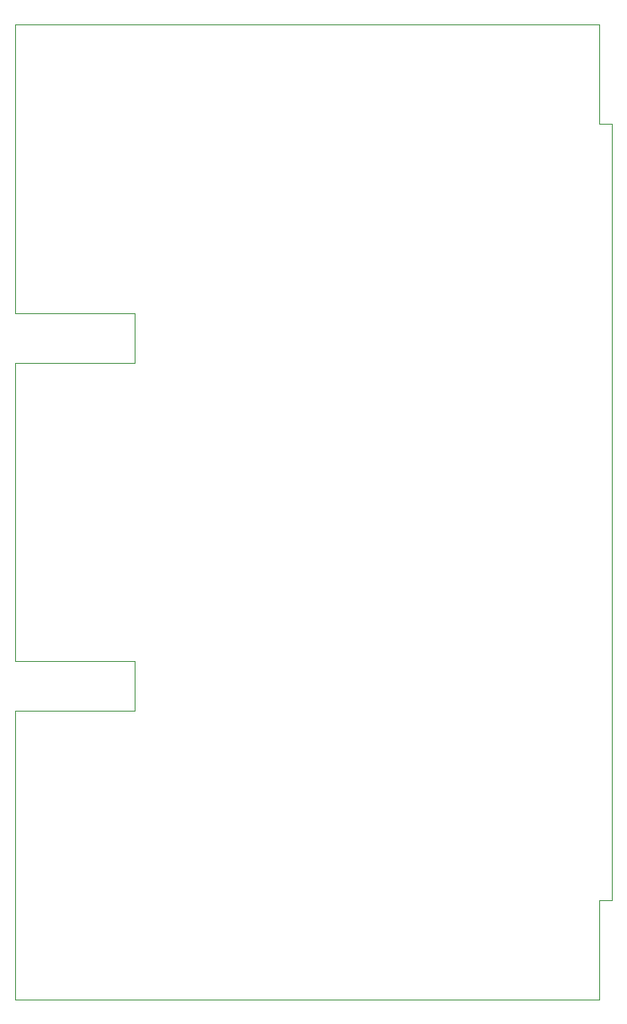
<source format=gbr>
%TF.GenerationSoftware,KiCad,Pcbnew,8.0.0*%
%TF.CreationDate,2024-10-10T18:55:31+02:00*%
%TF.ProjectId,Profiler energetyczny urz_dze_ IoT,50726f66-696c-4657-9220-656e65726765,rev?*%
%TF.SameCoordinates,Original*%
%TF.FileFunction,Profile,NP*%
%FSLAX46Y46*%
G04 Gerber Fmt 4.6, Leading zero omitted, Abs format (unit mm)*
G04 Created by KiCad (PCBNEW 8.0.0) date 2024-10-10 18:55:31*
%MOMM*%
%LPD*%
G01*
G04 APERTURE LIST*
%TA.AperFunction,Profile*%
%ADD10C,0.050000*%
%TD*%
G04 APERTURE END LIST*
D10*
X153750000Y-65250000D02*
X153750000Y-75250000D01*
X155000000Y-153250000D02*
X153750000Y-153250000D01*
X95000000Y-163250000D02*
X95000000Y-134250000D01*
X95000000Y-94250000D02*
X95000000Y-65250000D01*
X153750000Y-153250000D02*
X153750000Y-163250000D01*
X95000000Y-99250000D02*
X107000000Y-99250000D01*
X107000000Y-134250000D02*
X107000000Y-129250000D01*
X107000000Y-129250000D02*
X95000000Y-129250000D01*
X107000000Y-94250000D02*
X95000000Y-94250000D01*
X95000000Y-129250000D02*
X95000000Y-99250000D01*
X95000000Y-134250000D02*
X107000000Y-134250000D01*
X95000000Y-65250000D02*
X153750000Y-65250000D01*
X107000000Y-99250000D02*
X107000000Y-94250000D01*
X153750000Y-163250000D02*
X95000000Y-163250000D01*
X155000000Y-75250000D02*
X155000000Y-153250000D01*
X153750000Y-75250000D02*
X155000000Y-75250000D01*
M02*

</source>
